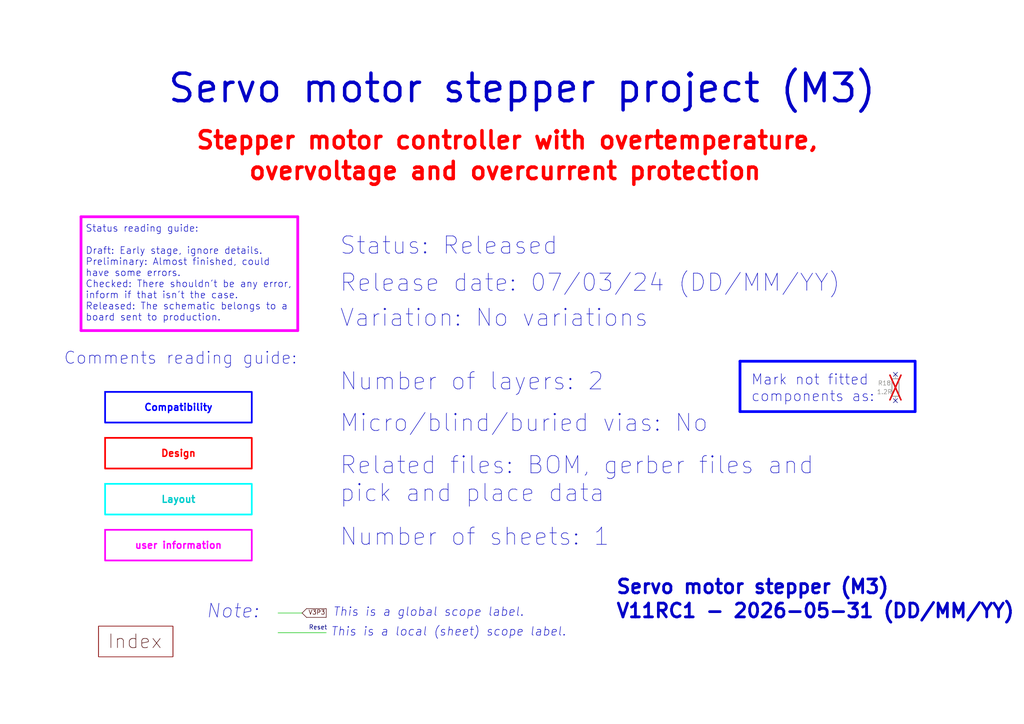
<source format=kicad_sch>
(kicad_sch (version 20231120) (generator "eeschema") (generator_version "8.0")
  (paper "A4")
  (title_block (title "Servo motor stepper - M3  project") (date "2024-10-15") (rev "V11RC1"))
  (lib_symbols
    (symbol "Device:R" (pin_numbers hide) (pin_names (offset 0))
      (property "Reference" "R" (at 2.032 0 90))
      (property "Value" "R" (at 0 0 90))
      (symbol "R_0_1"
        (rectangle (start -1.016 -2.54) (end 1.016 2.54) (stroke (width 0.254)))
      )
      (symbol "R_1_1"
        (pin passive line (at 0 3.81 270) (length 1.27) (name "~") (number "1"))
        (pin passive line (at 0 -3.81 90) (length 1.27) (name "~") (number "2"))
      )
    )
  )
  (no_connect (at 259.715 108.585))
  (no_connect (at 259.715 116.205))
  (polyline (pts (xy 88.9 176.53) (xy 94.615 176.53)) (stroke (width 0) (color 72 0 0 1)))
  (polyline (pts (xy 214.63 104.775) (xy 265.43 104.775)) (stroke (width 0.8) (type solid) (color 0 0 255 1)))
  (polyline (pts (xy 23.495 95.885) (xy 23.495 62.865)) (stroke (width 0.8) (color 255 0 255 1)))
  (polyline (pts (xy 80.645 177.8) (xy 87.63 177.8)) (stroke (width 0) (color 0 194 0 1)))
  (polyline (pts (xy 87.63 177.8) (xy 88.9 179.07)) (stroke (width 0) (color 72 0 0 1)))
  (polyline (pts (xy 86.36 95.885) (xy 23.495 95.885)) (stroke (width 0.8) (color 255 0 255 1)))
  (polyline (pts (xy 265.43 119.38) (xy 214.63 119.38)) (stroke (width 0.8) (type solid) (color 0 0 255 1)))
  (polyline (pts (xy 265.43 104.775) (xy 265.43 119.38)) (stroke (width 0.8) (type solid) (color 0 0 255 1)))
  (polyline (pts (xy 88.9 179.07) (xy 94.615 179.07)) (stroke (width 0) (color 72 0 0 1)))
  (polyline (pts (xy 23.495 62.865) (xy 86.36 62.865)) (stroke (width 0.8) (color 255 0 255 1)))
  (polyline (pts (xy 80.645 183.515) (xy 94.615 183.515)) (stroke (width 0) (color 0 194 0 1)))
  (polyline (pts (xy 86.36 62.865) (xy 86.36 95.885)) (stroke (width 0.8) (color 255 0 255 1)))
  (polyline (pts (xy 94.615 176.53) (xy 94.615 179.07)) (stroke (width 0) (color 72 0 0 1)))
  (polyline (pts (xy 214.63 119.38) (xy 214.63 104.775)) (stroke (width 0.8) (type solid) (color 0 0 255 1)))
  (polyline (pts (xy 87.63 177.8) (xy 88.9 176.53)) (stroke (width 0) (color 72 0 0 1)))
  (text_box "Design" (at 30.48 127 0) (size 42.545 8.89) (stroke (width 0.5) (color 255 0 0 1)) (effects (font (size 2 2) (thickness 0.4) (bold yes))))
  (text_box "user information" (at 30.48 153.67 0) (size 42.545 8.89) (stroke (width 0.5) (color 255 0 255 1)) (effects (font (size 2 2) (thickness 0.4) (bold yes))))
  (text_box "Compatibility" (at 30.48 113.665 0) (size 42.545 8.89) (stroke (width 0.5) (color 0 0 255 1)) (effects (font (size 2 2) (thickness 0.4) (bold yes))))
  (text_box "Layout" (at 30.48 140.335 0) (size 42.545 8.89) (stroke (width 0.5) (color 0 255 255 1)) (effects (font (size 2 2) (thickness 0.4) (bold yes))))
  (text "Variation: No variations" (at 98.425 95.25 0) (effects (font (size 5 5)) (justify left bottom)))
  (text "${REVISION} - ${CURRENT_DATE} (DD/MM/YY)" (at 178.435 179.705 0) (effects (font (size 4 4) (thickness 0.8) (bold yes)) (justify left bottom)))
  (text "Status reading guide:\n\nDraft: Early stage, ignore details.\nPreliminary: Almost finished, could\nhave some errors.\nChecked: There shouldn't be any error,\ninform if that isn't the case.\nReleased: The schematic belongs to a \nboard sent to production." (at 24.765 93.345 0) (effects (font (size 2 2)) (justify left bottom)))
  (text "Servo motor stepper project (M3)" (at 48.26 30.48 0) (effects (font (size 8 8) (thickness 1) (bold yes)) (justify left bottom)))
  (text "This is a global scope label." (at 96.52 179.07 0) (effects (font (size 2.5 2.5) (italic yes)) (justify left bottom)))
  (text "Micro/blind/buried vias: No" (at 98.425 125.73 0) (effects (font (size 5 5)) (justify left bottom)))
  (text "Status: Released" (at 98.425 74.295 0) (effects (font (size 5 5)) (justify left bottom)))
  (text "Comments reading guide:" (at 18.415 106.045 0) (effects (font (size 3.5 3.5)) (justify left bottom)))
  (text "overvoltage and overcurrent protection" (at 71.755 52.705 0) (effects (font (size 5 5) (thickness 1) (bold yes)) (justify left bottom)))
  (text "Reset" (at 89.535 182.88 0) (effects (font (size 1.27 1.27)) (justify left bottom)))
  (text "Note:" (at 59.69 179.705 0) (effects (font (size 4 4) (italic yes)) (justify left bottom)))
  (text "Stepper motor controller with overtemperature," (at 56.515 43.815 0) (effects (font (size 5 5) (thickness 1) (bold yes)) (justify left bottom)))
  (text "Related files: BOM, gerber files and\npick and place data" (at 98.425 146.05 0) (effects (font (size 5 5)) (justify left bottom)))
  (text "Number of sheets: 1" (at 98.425 158.75 0) (effects (font (size 5 5)) (justify left bottom)))
  (text "This is a local (sheet) scope label." (at 95.885 184.785 0) (effects (font (size 2.5 2.5) (italic yes)) (justify left bottom)))
  (text "Index" (at 31.115 188.595 0) (effects (font (size 4 4)) (justify left bottom)))
  (text "Mark not fitted\ncomponents as:" (at 217.805 116.84 0) (effects (font (size 3 3)) (justify left bottom)))
  (text "Number of layers: 2" (at 98.425 113.665 0) (effects (font (size 5 5)) (justify left bottom)))
  (text "Release date: 07/03/24 (DD/MM/YY)" (at 98.425 85.09 0) (effects (font (size 5 5)) (justify left bottom)))
  (text "V3P3" (at 89.408 178.562 0) (effects (font (size 1.27 1.27)) (justify left bottom)))
  (text "Servo motor stepper (M3)" (at 178.435 172.72 0) (effects (font (size 4 4) (thickness 0.8) (bold yes)) (justify left bottom)))
  (symbol (lib_id "Device:R") (at 259.715 112.395 0) (unit 1) (exclude_from_sim yes) (in_bom no) (on_board no) (dnp yes)
    (property "Reference" "R18" (at 256.54 111.125 0))
    (property "Value" "1.2R" (at 256.54 113.665 0))
    (property "Footprint" "Resistor_SMD:R_0402_1005Metric" (effects (hide yes)))
  )
  (sheet (at 28.575 181.61) (size 21.59 8.89) (stroke (width 0.1524))
    (property "Sheetname" "index" (effects (hide yes)))
    (property "Sheetfile" "index.kicad_sch" (effects (hide yes)))
  )
)
</source>
